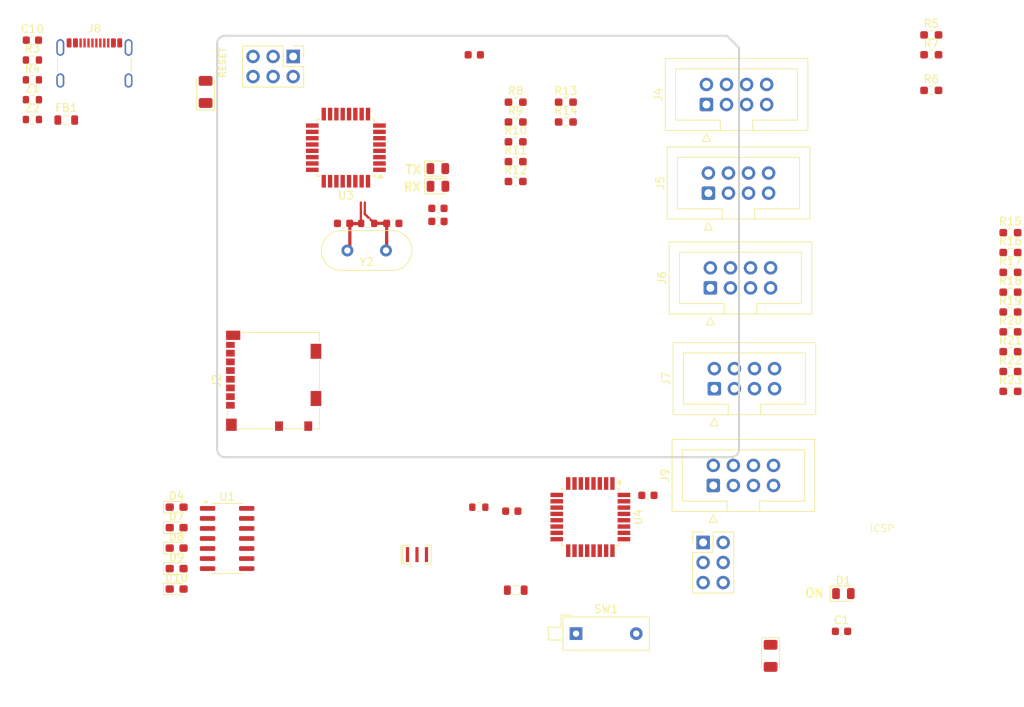
<source format=kicad_pcb>
(kicad_pcb (version 20240108) (generator "pcbnew") (generator_version "8.0")
  (title_block (title "Arduino Uno SMD (Type-C)") (date "2024-05-08") (rev "1") (company "Carlos Sabogal"))
  (layers (0 "F.Cu" signal) (31 "B.Cu" signal) (34 "B.Paste" user) (35 "F.Paste" user) (36 "B.SilkS" user "B.Silkscreen") (37 "F.SilkS" user "F.Silkscreen") (38 "B.Mask" user) (39 "F.Mask" user) (44 "Edge.Cuts" user))
  (net 0 "")
  (net 1 "GND")
  (net 2 "+5V")
  (net 3 "AREF")
  (net 4 "RESET")
  (net 5 "DTR")
  (net 6 "Net-(U3-UCAP)")
  (net 7 "Net-(U3-XTAL1)")
  (net 8 "AVCC")
  (net 9 "Net-(U3-PC0)")
  (net 11 "RESET2")
  (net 12 "Net-(D5-A)")
  (net 13 "TXLED")
  (net 14 "RXLED")
  (net 15 "Net-(D6-A)")
  (net 16 "Net-(D1-A)")
  (net 17 "USBVCC")
  (net 18 "USHIELD")
  (net 19 "SCK2")
  (net 20 "MOSI2")
  (net 21 "MISO2")
  (net 25 "MISO")
  (net 26 "MOSI")
  (net 27 "SCK")
  (net 28 "IO8")
  (net 29 "A4{slash}SDA")
  (net 30 "IO9")
  (net 31 "A5{slash}SCL")
  (net 32 "SS")
  (net 33 "IO6")
  (net 34 "IO5")
  (net 35 "IO4")
  (net 36 "IO3")
  (net 37 "IO2")
  (net 38 "IO0")
  (net 39 "IO1")
  (net 40 "IO7")
  (net 41 "A2")
  (net 42 "A0")
  (net 43 "A1")
  (net 44 "A3")
  (net 45 "CC2")
  (net 46 "D+")
  (net 47 "D-")
  (net 49 "CC1")
  (net 51 "Net-(U4-PB7)")
  (net 52 "Net-(U4-PB6)")
  (net 53 "RD-")
  (net 54 "RD+")
  (net 55 "M8RXD")
  (net 56 "M8TXD")
  (net 68 "Net-(D4-A)")
  (net 69 "Net-(D7-A)")
  (net 70 "Net-(D8-A)")
  (net 71 "Net-(D9-A)")
  (net 72 "Net-(D10-A)")
  (net 74 "+3V3")
  (net 75 "MOSI_1")
  (net 76 "CS1_1")
  (net 78 "SCK_1")
  (net 80 "MISO_1")
  (net 82 "INT1")
  (net 83 "RST1")
  (net 84 "CS2")
  (net 85 "RST2")
  (net 86 "INT2")
  (net 87 "CS3")
  (net 88 "RST3")
  (net 89 "INT3")
  (net 90 "CS4")
  (net 91 "RST4")
  (net 92 "INT4")
  (net 93 "CS5")
  (net 94 "INT5")
  (net 95 "RST5")
  (net 96 "CS6")
  (net 97 "Net-(R15-Pad2)")
  (net 98 "CS1")
  (net 99 "Net-(R16-Pad2)")
  (net 100 "Net-(R17-Pad2)")
  (net 101 "Net-(R18-Pad2)")
  (footprint "Capacitor_SMD:C_0603_1608Metric" (layer "F.Cu") (at 193.225 153.71)
    (property "Reference" "C1" (at 0 -1.43 0) (layer "F.SilkS"))
    (property "Value" "100n")
    (pad "1" smd roundrect (at -0.775 0) (size 0.9 0.95) (layers "F.Cu" "F.Paste" "F.Mask") (net 3 "AREF"))
    (pad "2" smd roundrect (at 0.775 0) (size 0.9 0.95) (layers "F.Cu" "F.Paste" "F.Mask") (net 1 "GND"))
  )
  (footprint "Connector_IDC:IDC-Header_2x04_P2.54mm_Vertical" (layer "F.Cu") (at 177 135.25 90)
    (property "Reference" "J9" (at 1.27 -6.1 90) (layer "F.SilkS"))
    (property "Value" "Conn_02x04_Counter_Clockwise")
    (pad "1" thru_hole roundrect (at 0 0 90) (size 1.7 1.7) (drill 1) (layers "*.Cu" "*.Mask") (roundrect_rratio 0.147059) (net 1 "GND"))
    (pad "2" thru_hole circle (at 2.54 0 90) (size 1.7 1.7) (drill 1) (layers "*.Cu" "*.Mask") (net 2 "+5V"))
    (pad "3" thru_hole circle (at 0 2.54 90) (size 1.7 1.7) (drill 1) (layers "*.Cu" "*.Mask") (net 26 "MOSI"))
    (pad "4" thru_hole circle (at 2.54 2.54 90) (size 1.7 1.7) (drill 1) (layers "*.Cu" "*.Mask") (net 94 "INT5"))
    (pad "5" thru_hole circle (at 0 5.08 90) (size 1.7 1.7) (drill 1) (layers "*.Cu" "*.Mask") (net 25 "MISO"))
    (pad "6" thru_hole circle (at 2.54 5.08 90) (size 1.7 1.7) (drill 1) (layers "*.Cu" "*.Mask") (net 95 "RST5"))
    (pad "7" thru_hole circle (at 0 7.62 90) (size 1.7 1.7) (drill 1) (layers "*.Cu" "*.Mask") (net 27 "SCK"))
    (pad "8" thru_hole circle (at 2.54 7.62 90) (size 1.7 1.7) (drill 1) (layers "*.Cu" "*.Mask") (net 96 "CS6"))
  )
  (footprint "Resistor_SMD:R_0603_1608Metric_Pad0.98x0.95mm_HandSolder" (layer "F.Cu") (at 151.9875 94.27)
    (property "Reference" "R11" (at 0 -1.43 0) (layer "F.SilkS"))
    (property "Value" "22R")
    (pad "1" smd roundrect (at -0.9125 0) (size 0.975 0.95) (layers "F.Cu" "F.Paste" "F.Mask") (net 47 "D-"))
    (pad "2" smd roundrect (at 0.9125 0) (size 0.975 0.95) (layers "F.Cu" "F.Paste" "F.Mask") (net 53 "RD-"))
  )
  (footprint "Resistor_SMD:R_0603_1608Metric_Pad0.98x0.95mm_HandSolder" (layer "F.Cu") (at 214.605 115.81)
    (property "Reference" "R20" (at 0 -1.43 0) (layer "F.SilkS"))
    (property "Value" "1k")
    (pad "1" smd roundrect (at -0.9125 0) (size 0.975 0.95) (layers "F.Cu" "F.Paste" "F.Mask") (net 87 "CS3"))
    (pad "2" smd roundrect (at 0.9125 0) (size 0.975 0.95) (layers "F.Cu" "F.Paste" "F.Mask") (net 69 "Net-(D7-A)"))
  )
  (footprint "Resistor_SMD:R_0603_1608Metric_Pad0.98x0.95mm_HandSolder" (layer "F.Cu") (at 151.9875 96.78)
    (property "Reference" "R12" (at 0 -1.43 0) (layer "F.SilkS"))
    (property "Value" "22R")
    (pad "1" smd roundrect (at -0.9125 0) (size 0.975 0.95) (layers "F.Cu" "F.Paste" "F.Mask") (net 46 "D+"))
    (pad "2" smd roundrect (at 0.9125 0) (size 0.975 0.95) (layers "F.Cu" "F.Paste" "F.Mask") (net 54 "RD+"))
  )
  (footprint "Resistor_SMD:R_0603_1608Metric_Pad0.98x0.95mm_HandSolder" (layer "F.Cu") (at 151.9875 86.74)
    (property "Reference" "R8" (at 0 -1.43 0) (layer "F.SilkS"))
    (property "Value" "10k")
    (pad "1" smd roundrect (at -0.9125 0) (size 0.975 0.95) (layers "F.Cu" "F.Paste" "F.Mask") (net 2 "+5V"))
    (pad "2" smd roundrect (at 0.9125 0) (size 0.975 0.95) (layers "F.Cu" "F.Paste" "F.Mask") (net 11 "RESET2"))
  )
  (footprint "Connector_IDC:IDC-Header_2x04_P2.54mm_Vertical" (layer "F.Cu") (at 176.63 110.25 90)
    (property "Reference" "J6" (at 1.27 -6.1 90) (layer "F.SilkS"))
    (property "Value" "Conn_02x04_Counter_Clockwise")
    (pad "1" thru_hole roundrect (at 0 0 90) (size 1.7 1.7) (drill 1) (layers "*.Cu" "*.Mask") (roundrect_rratio 0.147059) (net 1 "GND"))
    (pad "2" thru_hole circle (at 2.54 0 90) (size 1.7 1.7) (drill 1) (layers "*.Cu" "*.Mask") (net 2 "+5V"))
    (pad "3" thru_hole circle (at 0 2.54 90) (size 1.7 1.7) (drill 1) (layers "*.Cu" "*.Mask") (net 26 "MOSI"))
    (pad "4" thru_hole circle (at 2.54 2.54 90) (size 1.7 1.7) (drill 1) (layers "*.Cu" "*.Mask") (net 89 "INT3"))
    (pad "5" thru_hole circle (at 0 5.08 90) (size 1.7 1.7) (drill 1) (layers "*.Cu" "*.Mask") (net 25 "MISO"))
    (pad "6" thru_hole circle (at 2.54 5.08 90) (size 1.7 1.7) (drill 1) (layers "*.Cu" "*.Mask") (net 88 "RST3"))
    (pad "7" thru_hole circle (at 0 7.62 90) (size 1.7 1.7) (drill 1) (layers "*.Cu" "*.Mask") (net 27 "SCK"))
    (pad "8" thru_hole circle (at 2.54 7.62 90) (size 1.7 1.7) (drill 1) (layers "*.Cu" "*.Mask") (net 90 "CS4"))
  )
  (footprint "LED_SMD:LED_0603_1608Metric_Pad1.05x0.95mm_HandSolder" (layer "F.Cu") (at 109.08 148.355)
    (property "Reference" "D10" (at 0 -1.43 0) (layer "F.SilkS"))
    (property "Value" "LED")
    (pad "1" smd roundrect (at -0.875 0) (size 1.05 0.95) (layers "F.Cu" "F.Paste" "F.Mask") (net 1 "GND"))
    (pad "2" smd roundrect (at 0.875 0) (size 1.05 0.95) (layers "F.Cu" "F.Paste" "F.Mask") (net 72 "Net-(D10-A)"))
  )
  (footprint "Capacitor_SMD:C_0603_1608Metric" (layer "F.Cu") (at 146.75 80.75)
    (property "Reference" "C6" (hide yes))
    (property "Value" "100n")
    (pad "1" smd roundrect (at -0.775 0) (size 0.9 0.95) (layers "F.Cu" "F.Paste" "F.Mask") (net 3 "AREF"))
    (pad "2" smd roundrect (at 0.775 0) (size 0.9 0.95) (layers "F.Cu" "F.Paste" "F.Mask") (net 1 "GND"))
  )
  (footprint "Capacitor_SMD:C_0603_1608Metric" (layer "F.Cu") (at 136.4361 102.0826)
    (property "Reference" "C13" (hide yes))
    (property "Value" "22p")
    (pad "1" smd roundrect (at -0.775 0) (size 0.9 0.95) (layers "F.Cu" "F.Paste" "F.Mask") (net 9 "Net-(U3-PC0)"))
    (pad "2" smd roundrect (at 0.775 0) (size 0.9 0.95) (layers "F.Cu" "F.Paste" "F.Mask") (net 1 "GND"))
  )
  (footprint "Resistor_SMD:R_0603_1608Metric_Pad0.98x0.95mm_HandSolder" (layer "F.Cu") (at 151.9875 89.25)
    (property "Reference" "R9" (at 0 -1.43 0) (layer "F.SilkS"))
    (property "Value" "1k")
    (pad "1" smd roundrect (at -0.9125 0) (size 0.975 0.95) (layers "F.Cu" "F.Paste" "F.Mask") (net 12 "Net-(D5-A)"))
    (pad "2" smd roundrect (at 0.9125 0) (size 0.975 0.95) (layers "F.Cu" "F.Paste" "F.Mask") (net 2 "+5V"))
  )
  (footprint "Capacitor_SMD:C_0603_1608Metric" (layer "F.Cu") (at 151.5 138.5 180)
    (property "Reference" "C12" (hide yes))
    (property "Value" "100n")
    (pad "1" smd roundrect (at -0.775 0 180) (size 0.9 0.95) (layers "F.Cu" "F.Paste" "F.Mask") (net 8 "AVCC"))
    (pad "2" smd roundrect (at 0.775 0 180) (size 0.9 0.95) (layers "F.Cu" "F.Paste" "F.Mask") (net 1 "GND"))
  )
  (footprint "Diode_SMD:D_1206_3216Metric" (layer "F.Cu") (at 184.25 156.81 -90)
    (property "Reference" "D2" (hide yes))
    (property "Value" "CD1206-S01575")
    (pad "1" smd roundrect (at -1.4 0 270) (size 1.25 1.75) (layers "F.Cu" "F.Paste" "F.Mask") (roundrect_rratio 0.2) (net 2 "+5V"))
    (pad "2" smd roundrect (at 1.4 0 270) (size 1.25 1.75) (layers "F.Cu" "F.Paste" "F.Mask") (roundrect_rratio 0.2) (net 4 "RESET"))
  )
  (footprint "Resistor_SMD:R_0603_1608Metric_Pad0.98x0.95mm_HandSolder" (layer "F.Cu") (at 158.3375 89.25)
    (property "Reference" "R14" (at 0 -1.43 0) (layer "F.SilkS"))
    (property "Value" "10k")
    (pad "1" smd roundrect (at -0.9125 0) (size 0.975 0.95) (layers "F.Cu" "F.Paste" "F.Mask") (net 2 "+5V"))
    (pad "2" smd roundrect (at 0.9125 0) (size 0.975 0.95) (layers "F.Cu" "F.Paste" "F.Mask") (net 4 "RESET"))
  )
  (footprint "LED_SMD:LED_0805_2012Metric" (layer "F.Cu") (at 142.1384 95.1484)
    (property "Reference" "D5" (hide yes))
    (property "Value" "YELLOW")
    (pad "1" smd roundrect (at -0.9375 0) (size 0.975 1.4) (layers "F.Cu" "F.Paste" "F.Mask") (net 13 "TXLED"))
    (pad "2" smd roundrect (at 0.9375 0) (size 0.975 1.4) (layers "F.Cu" "F.Paste" "F.Mask") (net 12 "Net-(D5-A)"))
  )
  (footprint "Connector_Card:microSD_HC_Molex_104031-0811" (layer "F.Cu") (at 121.3375 122 90)
    (property "Reference" "J2" (at 0 -7.18 90) (layer "F.SilkS"))
    (property "Value" "Micro_SD_Card_Det2")
    (pad "1" smd rect (at -3.105 -5.45 90) (size 0.85 1.1) (layers "F.Cu" "F.Paste" "F.Mask"))
    (pad "2" smd rect (at -2.005 -5.45 90) (size 0.85 1.1) (layers "F.Cu" "F.Paste" "F.Mask") (net 76 "CS1_1"))
    (pad "3" smd rect (at -0.905 -5.45 90) (size 0.85 1.1) (layers "F.Cu" "F.Paste" "F.Mask") (net 75 "MOSI_1"))
    (pad "4" smd rect (at 0.195 -5.45 90) (size 0.85 1.1) (layers "F.Cu" "F.Paste" "F.Mask") (net 74 "+3V3"))
    (pad "5" smd rect (at 1.295 -5.45 90) (size 0.85 1.1) (layers "F.Cu" "F.Paste" "F.Mask") (net 78 "SCK_1"))
    (pad "6" smd rect (at 2.395 -5.45 90) (size 0.85 1.1) (layers "F.Cu" "F.Paste" "F.Mask") (net 1 "GND"))
    (pad "7" smd rect (at 3.495 -5.45 90) (size 0.85 1.1) (layers "F.Cu" "F.Paste" "F.Mask") (net 80 "MISO_1"))
    (pad "8" smd rect (at 4.545 -5.45 90) (size 0.75 1.1) (layers "F.Cu" "F.Paste" "F.Mask"))
    (pad "9" smd rect (at -5.74 0.7 90) (size 1.2 1) (layers "F.Cu" "F.Paste" "F.Mask"))
    (pad "10" smd rect (at -5.74 4.4 90) (size 1.2 1) (layers "F.Cu" "F.Paste" "F.Mask"))
    (pad "11" smd rect (at -5.565 -5.325 90) (size 1.55 1.35) (layers "F.Cu" "F.Paste" "F.Mask") (net 1 "GND"))
    (pad "11" smd rect (at -2.24 5.375 90) (size 1.9 1.35) (layers "F.Cu" "F.Paste" "F.Mask") (net 1 "GND"))
    (pad "11" smd rect (at 3.73 5.375 90) (size 1.9 1.35) (layers "F.Cu" "F.Paste" "F.Mask") (net 1 "GND"))
    (pad "11" smd rect (at 5.755 -5.1 90) (size 1.17 1.8) (layers "F.Cu" "F.Paste" "F.Mask") (net 1 "GND"))
  )
  (footprint "Resistor_SMD:R_0603_1608Metric_Pad0.98x0.95mm_HandSolder" (layer "F.Cu") (at 214.605 110.79)
    (property "Reference" "R18" (at 0 -1.43 0) (layer "F.SilkS"))
    (property "Value" "3.3k")
    (pad "1" smd roundrect (at -0.9125 0) (size 0.975 0.95) (layers "F.Cu" "F.Paste" "F.Mask") (net 80 "MISO_1"))
    (pad "2" smd roundrect (at 0.9125 0) (size 0.975 0.95) (layers "F.Cu" "F.Paste" "F.Mask") (net 101 "Net-(R18-Pad2)"))
  )
  (footprint "Resistor_SMD:R_0603_1608Metric" (layer "F.Cu") (at 90.83 81.405)
    (property "Reference" "R3" (at 0 -1.43 0) (layer "F.SilkS"))
    (property "Value" "5k1")
    (pad "1" smd roundrect (at -0.825 0) (size 0.8 0.95) (layers "F.Cu" "F.Paste" "F.Mask") (net 49 "CC1"))
    (pad "2" smd roundrect (at 0.825 0) (size 0.8 0.95) (layers "F.Cu" "F.Paste" "F.Mask") (net 1 "GND"))
  )
  (footprint "Resistor_SMD:R_0603_1608Metric_Pad0.98x0.95mm_HandSolder" (layer "F.Cu") (at 204.5875 85.25)
    (property "Reference" "R6" (at 0 -1.43 0) (layer "F.SilkS"))
    (property "Value" "2k")
    (pad "1" smd roundrect (at -0.9125 0) (size 0.975 0.95) (layers "F.Cu" "F.Paste" "F.Mask") (net 2 "+5V"))
    (pad "2" smd roundrect (at 0.9125 0) (size 0.975 0.95) (layers "F.Cu" "F.Paste" "F.Mask") (net 16 "Net-(D1-A)"))
  )
  (footprint "Diode_SMD:D_1206_3216Metric" (layer "F.Cu") (at 112.75 85.4456 90)
    (property "Reference" "D3" (hide yes))
    (property "Value" "CD1206-S01575" (hide yes))
    (pad "1" smd roundrect (at -1.4 0 90) (size 1.25 1.75) (layers "F.Cu" "F.Paste" "F.Mask") (roundrect_rratio 0.2) (net 2 "+5V"))
    (pad "2" smd roundrect (at 1.4 0 90) (size 1.25 1.75) (layers "F.Cu" "F.Paste" "F.Mask") (roundrect_rratio 0.2) (net 11 "RESET2"))
  )
  (footprint "Resistor_SMD:R_0603_1608Metric_Pad0.98x0.95mm_HandSolder" (layer "F.Cu") (at 214.605 108.28)
    (property "Reference" "R17" (at 0 -1.43 0) (layer "F.SilkS"))
    (property "Value" "3.3k")
    (pad "1" smd roundrect (at -0.9125 0) (size 0.975 0.95) (layers "F.Cu" "F.Paste" "F.Mask") (net 27 "SCK"))
    (pad "2" smd roundrect (at 0.9125 0) (size 0.975 0.95) (layers "F.Cu" "F.Paste" "F.Mask") (net 100 "Net-(R17-Pad2)"))
  )
  (footprint "Connector_IDC:IDC-Header_2x04_P2.54mm_Vertical" (layer "F.Cu") (at 176.38 98.25 90)
    (property "Reference" "J5" (at 1.27 -6.1 90) (layer "F.SilkS"))
    (property "Value" "Conn_02x04_Counter_Clockwise")
    (pad "1" thru_hole roundrect (at 0 0 90) (size 1.7 1.7) (drill 1) (layers "*.Cu" "*.Mask") (roundrect_rratio 0.147059) (net 1 "GND"))
    (pad "2" thru_hole circle (at 2.54 0 90) (size 1.7 1.7) (drill 1) (layers "*.Cu" "*.Mask") (net 2 "+5V"))
    (pad "3" thru_hole circle (at 0 2.54 90) (size 1.7 1.7) (drill 1) (layers "*.Cu" "*.Mask") (net 26 "MOSI"))
    (pad "4" thru_hole circle (at 2.54 2.54 90) (size 1.7 1.7) (drill 1) (layers "*.Cu" "*.Mask") (net 86 "INT2"))
    (pad "5" thru_hole circle (at 0 5.08 90) (size 1.7 1.7) (drill 1) (layers "*.Cu" "*.Mask") (net 25 "MISO"))
    (pad "6" thru_hole circle (at 2.54 5.08 90) (size 1.7 1.7) (drill 1) (layers "*.Cu" "*.Mask") (net 85 "RST2"))
    (pad "7" thru_hole circle (at 0 7.62 90) (size 1.7 1.7) (drill 1) (layers "*.Cu" "*.Mask") (net 27 "SCK"))
    (pad "8" thru_hole circle (at 2.54 7.62 90) (size 1.7 1.7) (drill 1) (layers "*.Cu" "*.Mask") (net 87 "CS3"))
  )
  (footprint "Connector_PinHeader_2.54mm:PinHeader_2x03_P2.54mm_Vertical" (layer "F.Cu") (at 123.83 80.96 -90)
    (property "Reference" "J1" (hide yes))
    (property "Value" "M20-9980345" (hide yes))
    (pad "1" thru_hole rect (at 0 0 270) (size 1.7 1.7) (drill 1) (layers "*.Cu" "*.Mask") (net 21 "MISO2"))
    (pad "2" thru_hole oval (at 2.54 0 270) (size 1.7 1.7) (drill 1) (layers "*.Cu" "*.Mask") (net 2 "+5V"))
    (pad "3" thru_hole oval (at 0 2.54 270) (size 1.7 1.7) (drill 1) (layers "*.Cu" "*.Mask") (net 19 "SCK2"))
    (pad "4" thru_hole oval (at 2.54 2.54 270) (size 1.7 1.7) (drill 1) (layers "*.Cu" "*.Mask") (net 20 "MOSI2"))
    (pad "5" thru_hole oval (at 0 5.08 270) (size 1.7 1.7) (drill 1) (layers "*.Cu" "*.Mask") (net 11 "RESET2"))
    (pad "6" thru_hole oval (at 2.54 5.08 270) (size 1.7 1.7) (drill 1) (layers "*.Cu" "*.Mask") (net 1 "GND"))
  )
  (footprint "LED_SMD:LED_0805_2012Metric" (layer "F.Cu") (at 193.465 148.935)
    (property "Reference" "D1" (at 0 -1.65 0) (layer "F.SilkS"))
    (property "Value" "GREEN")
    (pad "1" smd roundrect (at -0.9375 0) (size 0.975 1.4) (layers "F.Cu" "F.Paste" "F.Mask") (net 1 "GND"))
    (pad "2" smd roundrect (at 0.9375 0) (size 0.975 1.4) (layers "F.Cu" "F.Paste" "F.Mask") (net 16 "Net-(D1-A)"))
  )
  (footprint "Package_SO:SOIC-14_3.9x8.7mm_P1.27mm" (layer "F.Cu") (at 115.475 141.96)
    (property "Reference" "U1" (at 0 -5.28 0) (layer "F.SilkS"))
    (property "Value" "74LVC125")
    (pad "1" smd roundrect (at -2.475 -3.81) (size 1.95 0.6) (layers "F.Cu" "F.Paste" "F.Mask") (net 1 "GND"))
    (pad "2" smd roundrect (at -2.475 -2.54) (size 1.95 0.6) (layers "F.Cu" "F.Paste" "F.Mask") (net 99 "Net-(R16-Pad2)"))
    (pad "3" smd roundrect (at -2.475 -1.27) (size 1.95 0.6) (layers "F.Cu" "F.Paste" "F.Mask") (net 75 "MOSI_1"))
    (pad "4" smd roundrect (at -2.475 0) (size 1.95 0.6) (layers "F.Cu" "F.Paste" "F.Mask") (net 1 "GND"))
    (pad "5" smd roundrect (at -2.475 1.27) (size 1.95 0.6) (layers "F.Cu" "F.Paste" "F.Mask") (net 100 "Net-(R17-Pad2)"))
    (pad "6" smd roundrect (at -2.475 2.54) (size 1.95 0.6) (layers "F.Cu" "F.Paste" "F.Mask") (net 78 "SCK_1"))
    (pad "7" smd roundrect (at -2.475 3.81) (size 1.95 0.6) (layers "F.Cu" "F.Paste" "F.Mask") (net 1 "GND"))
    (pad "8" smd roundrect (at 2.475 3.81) (size 1.95 0.6) (layers "F.Cu" "F.Paste" "F.Mask") (net 76 "CS1_1"))
    (pad "9" smd roundrect (at 2.475 2.54) (size 1.95 0.6) (layers "F.Cu" "F.Paste" "F.Mask") (net 97 "Net-(R15-Pad2)"))
    (pad "10" smd roundrect (at 2.475 1.27) (size 1.95 0.6) (layers "F.Cu" "F.Paste" "F.Mask") (net 1 "GND"))
    (pad "11" smd roundrect (at 2.475 0) (size 1.95 0.6) (layers "F.Cu" "F.Paste" "F.Mask") (net 25 "MISO"))
    (pad "12" smd roundrect (at 2.475 -1.27) (size 1.95 0.6) (layers "F.Cu" "F.Paste" "F.Mask") (net 101 "Net-(R18-Pad2)"))
    (pad "13" smd roundrect (at 2.475 -2.54) (size 1.95 0.6) (layers "F.Cu" "F.Paste" "F.Mask") (net 1 "GND"))
    (pad "14" smd roundrect (at 2.475 -3.81) (size 1.95 0.6) (layers "F.Cu" "F.Paste" "F.Mask") (net 74 "+3V3"))
  )
  (footprint "Resistor_SMD:R_0603_1608Metric_Pad0.98x0.95mm_HandSolder" (layer "F.Cu") (at 214.605 113.3)
    (property "Reference" "R19" (at 0 -1.43 0) (layer "F.SilkS"))
    (property "Value" "1k")
    (pad "1" smd roundrect (at -0.9125 0) (size 0.975 0.95) (layers "F.Cu" "F.Paste" "F.Mask") (net 84 "CS2"))
    (pad "2" smd roundrect (at 0.9125 0) (size 0.975 0.95) (layers "F.Cu" "F.Paste" "F.Mask") (net 68 "Net-(D4-A)"))
  )
  (footprint "Resistor_SMD:R_0603_1608Metric_Pad0.98x0.95mm_HandSolder" (layer "F.Cu") (at 204.5875 78.23)
    (property "Reference" "R5" (at 0 -1.43 0) (layer "F.SilkS"))
    (property "Value" "1k")
    (pad "1" smd roundrect (at -0.9125 0) (size 0.975 0.95) (layers "F.Cu" "F.Paste" "F.Mask") (net 38 "IO0"))
    (pad "2" smd roundrect (at 0.9125 0) (size 0.975 0.95) (layers "F.Cu" "F.Paste" "F.Mask") (net 55 "M8RXD"))
  )
  (footprint "Resistor_SMD:R_0603_1608Metric" (layer "F.Cu") (at 90.83 88.935)
    (property "Reference" "Z2" (at 0 -1.43 0) (layer "F.SilkS"))
    (property "Value" "5pF@1MHz")
    (pad "1" smd roundrect (at -0.825 0) (size 0.8 0.95) (layers "F.Cu" "F.Paste" "F.Mask") (net 47 "D-"))
    (pad "2" smd roundrect (at 0.825 0) (size 0.8 0.95) (layers "F.Cu" "F.Paste" "F.Mask") (net 18 "USHIELD"))
  )
  (footprint "Resistor_SMD:R_0603_1608Metric_Pad0.98x0.95mm_HandSolder" (layer "F.Cu") (at 214.605 118.32)
    (property "Reference" "R21" (at 0 -1.43 0) (layer "F.SilkS"))
    (property "Value" "1k")
    (pad "1" smd roundrect (at -0.9125 0) (size 0.975 0.95) (layers "F.Cu" "F.Paste" "F.Mask") (net 90 "CS4"))
    (pad "2" smd roundrect (at 0.9125 0) (size 0.975 0.95) (layers "F.Cu" "F.Paste" "F.Mask") (net 70 "Net-(D8-A)"))
  )
  (footprint "Capacitor_SMD:C_0603_1608Metric" (layer "F.Cu") (at 142.1511 101.8286)
    (property "Reference" "C7" (hide yes))
    (property "Value" "100n")
    (pad "1" smd roundrect (at -0.775 0) (size 0.9 0.95) (layers "F.Cu" "F.Paste" "F.Mask") (net 5 "DTR"))
    (pad "2" smd roundrect (at 0.775 0) (size 0.9 0.95) (layers "F.Cu" "F.Paste" "F.Mask") (net 4 "RESET"))
  )
  (footprint "LED_SMD:LED_0603_1608Metric_Pad1.05x0.95mm_HandSolder" (layer "F.Cu") (at 109.08 140.585)
    (property "Reference" "D7" (at 0 -1.43 0) (layer "F.SilkS"))
    (property "Value" "LED")
    (pad "1" smd roundrect (at -0.875 0) (size 1.05 0.95) (layers "F.Cu" "F.Paste" "F.Mask") (net 1 "GND"))
    (pad "2" smd roundrect (at 0.875 0) (size 1.05 0.95) (layers "F.Cu" "F.Paste" "F.Mask") (net 69 "Net-(D7-A)"))
  )
  (footprint "Resistor_SMD:R_0603_1608Metric" (layer "F.Cu") (at 90.83 83.915)
    (property "Reference" "R4" (at 0 -1.43 0) (layer "F.SilkS"))
    (property "Value" "5k1")
    (pad "1" smd roundrect (at -0.825 0) (size 0.8 0.95) (layers "F.Cu" "F.Paste" "F.Mask") (net 45 "CC2"))
    (pad "2" smd roundrect (at 0.825 0) (size 0.8 0.95) (layers "F.Cu" "F.Paste" "F.Mask") (net 1 "GND"))
  )
  (footprint "Package_QFP:TQFP-32_7x7mm_P0.8mm" (layer "F.Cu") (at 161.4375 139.25 -90)
    (property "Reference" "U4" (at 0 -6.05 -90) (layer "F.SilkS"))
    (property "Value" "ATMEGA328P-MU")
    (pad "1" smd rect (at -4.25 -2.8 270) (size 1.6 0.55) (layers "F.Cu" "F.Paste" "F.Mask") (net 36 "IO3"))
    (pad "2" smd rect (at -4.25 -2 270) (size 1.6 0.55) (layers "F.Cu" "F.Paste" "F.Mask") (net 35 "IO4"))
    (pad "3" smd rect (at -4.25 -1.2 270) (size 1.6 0.55) (layers "F.Cu" "F.Paste" "F.Mask") (net 1 "GND"))
    (pad "4" smd rect (at -4.25 -0.4 270) (size 1.6 0.55) (layers "F.Cu" "F.Paste" "F.Mask") (net 2 "+5V"))
    (pad "5" smd rect (at -4.25 0.4 270) (size 1.6 0.55) (layers "F.Cu" "F.Paste" "F.Mask") (net 1 "GND"))
    (pad "6" smd rect (at -4.25 1.2 270) (size 1.6 0.55) (layers "F.Cu" "F.Paste" "F.Mask") (net 2 "+5V"))
    (pad "7" smd rect (at -4.25 2 270) (size 1.6 0.55) (layers "F.Cu" "F.Paste" "F.Mask") (net 52 "Net-(U4-PB6)"))
    (pad "8" smd rect (at -4.25 2.8 270) (size 1.6 0.55) (layers "F.Cu" "F.Paste" "F.Mask") (net 51 "Net-(U4-PB7)"))
    (pad "9" smd rect (at -2.8 4.25) (size 1.6 0.55) (layers "F.Cu" "F.Paste" "F.Mask") (net 34 "IO5"))
    (pad "10" smd rect (at -2 4.25) (size 1.6 0.55) (layers "F.Cu" "F.Paste" "F.Mask") (net 33 "IO6"))
    (pad "11" smd rect (at -1.2 4.25) (size 1.6 0.55) (layers "F.Cu" "F.Paste" "F.Mask") (net 40 "IO7"))
    (pad "12" smd rect (at -0.4 4.25) (size 1.6 0.55) (layers "F.Cu" "F.Paste" "F.Mask") (net 28 "IO8"))
    (pad "13" smd rect (at 0.4 4.25) (size 1.6 0.55) (layers "F.Cu" "F.Paste" "F.Mask") (net 30 "IO9"))
    (pad "14" smd rect (at 1.2 4.25) (size 1.6 0.55) (layers "F.Cu" "F.Paste" "F.Mask") (net 32 "SS"))
    (pad "15" smd rect (at 2 4.25) (size 1.6 0.55) (layers "F.Cu" "F.Paste" "F.Mask") (net 26 "MOSI"))
    (pad "16" smd rect (at 2.8 4.25) (size 1.6 0.55) (layers "F.Cu" "F.Paste" "F.Mask") (net 25 "MISO"))
    (pad "17" smd rect (at 4.25 2.8 270) (size 1.6 0.55) (layers "F.Cu" "F.Paste" "F.Mask") (net 27 "SCK"))
    (pad "18" smd rect (at 4.25 2 270) (size 1.6 0.55) (layers "F.Cu" "F.Paste" "F.Mask") (net 8 "AVCC"))
    (pad "19" smd rect (at 4.25 1.2 270) (size 1.6 0.55) (layers "F.Cu" "F.Paste" "F.Mask"))
    (pad "20" smd rect (at 4.25 0.4 270) (size 1.6 0.55) (layers "F.Cu" "F.Paste" "F.Mask") (net 3 "AREF"))
    (pad "21" smd rect (at 4.25 -0.4 270) (size 1.6 0.55) (layers "F.Cu" "F.Paste" "F.Mask") (net 1 "GND"))
    (pad "22" smd rect (at 4.25 -1.2 270) (size 1.6 0.55) (layers "F.Cu" "F.Paste" "F.Mask"))
    (pad "23" smd rect (at 4.25 -2 270) (size 1.6 0.55) (layers "F.Cu" "F.Paste" "F.Mask") (net 42 "A0"))
    (pad "24" smd rect (at 4.25 -2.8 270) (size 1.6 0.55) (layers "F.Cu" "F.Paste" "F.Mask") (net 43 "A1"))
    (pad "25" smd rect (at 2.8 -4.25) (size 1.6 0.55) (layers "F.Cu" "F.Paste" "F.Mask") (net 41 "A2"))
    (pad "26" smd rect (at 2 -4.25) (size 1.6 0.55) (layers "F.Cu" "F.Paste" "F.Mask") (net 44 "A3"))
    (pad "27" smd rect (at 1.2 -4.25) (size 1.6 0.55) (layers "F.Cu" "F.Paste" "F.Mask") (net 29 "A4{slash}SDA"))
    (pad "28" smd rect (at 0.4 -4.25) (size 1.6 0.55) (layers "F.Cu" "F.Paste" "F.Mask") (net 31 "A5{slash}SCL"))
    (pad "29" smd rect (at -0.4 -4.25) (size 1.6 0.55) (layers "F.Cu" "F.Paste" "F.Mask") (net 4 "RESET"))
    (pad "30" smd rect (at -1.2 -4.25) (size 1.6 0.55) (layers "F.Cu" "F.Paste" "F.Mask") (net 38 "IO0"))
    (pad "31" smd rect (at -2 -4.25) (size 1.6 0.55) (layers "F.Cu" "F.Paste" "F.Mask") (net 39 "IO1"))
    (pad "32" smd rect (at -2.8 -4.25) (size 1.6 0.55) (layers "F.Cu" "F.Paste" "F.Mask") (net 37 "IO2"))
  )
  (footprint "Resistor_SMD:R_0603_1608Metric" (layer "F.Cu") (at 133.2611 102.0826 180)
    (property "Reference" "R1" (hide yes))
    (property "Value" "1M")
    (pad "1" smd roundrect (at -0.825 0 180) (size 0.8 0.95) (layers "F.Cu" "F.Paste" "F.Mask") (net 9 "Net-(U3-PC0)"))
    (pad "2" smd roundrect (at 0.825 0 180) (size 0.8 0.95) (layers "F.Cu" "F.Paste" "F.Mask") (net 7 "Net-(U3-XTAL1)"))
  )
  (footprint "Resistor_SMD:R_0603_1608Metric" (layer "F.Cu") (at 147.325 138)
    (property "Reference" "R2" (hide yes))
    (property "Value" "1M")
    (pad "1" smd roundrect (at -0.825 0) (size 0.8 0.95) (layers "F.Cu" "F.Paste" "F.Mask") (net 51 "Net-(U4-PB7)"))
    (pad "2" smd roundrect (at 0.825 0) (size 0.8 0.95) (layers "F.Cu" "F.Paste" "F.Mask") (net 52 "Net-(U4-PB6)"))
  )
  (footprint "Capacitor_SMD:C_0603_1608Metric" (layer "F.Cu") (at 130.2131 102.0826 180)
    (property "Reference" "C11" (hide yes))
    (property "Value" "22p")
    (pad "1" smd roundrect (at -0.775 0 180) (size 0.9 0.95) (layers "F.Cu" "F.Paste" "F.Mask") (net 7 "Net-(U3-XTAL1)"))
    (pad "2" smd roundrect (at 0.775 0 180) (size 0.9 0.95) (layers "F.Cu" "F.Paste" "F.Mask") (net 1 "GND"))
  )
  (footprint "Package_QFP:TQFP-32_7x7mm_P0.8mm" (layer "F.Cu") (at 130.5 92.5 180)
    (property "Reference" "U3" (at 0 -6.05 0) (layer "F.SilkS"))
    (property "Value" "ATMEGA16U2-MU")
    (pad "1" smd rect (at -4.25 -2.8 180) (size 1.6 0.55) (layers "F.Cu" "F.Paste" "F.Mask") (net 7 "Net-(U3-XTAL1)"))
    (pad "2" smd rect (at -4.25 -2 180) (size 1.6 0.55) (layers "F.Cu" "F.Paste" "F.Mask") (net 9 "Net-(U3-PC0)"))
    (pad "3" smd rect (at -4.25 -1.2 180) (size 1.6 0.55) (layers "F.Cu" "F.Paste" "F.Mask") (net 1 "GND"))
    (pad "4" smd rect (at -4.25 -0.4 180) (size 1.6 0.55) (layers "F.Cu" "F.Paste" "F.Mask") (net 2 "+5V"))
    (pad "5" smd rect (at -4.25 0.4 180) (size 1.6 0.55) (layers "F.Cu" "F.Paste" "F.Mask"))
    (pad "6" smd rect (at -4.25 1.2 180) (size 1.6 0.55) (layers "F.Cu" "F.Paste" "F.Mask"))
    (pad "7" smd rect (at -4.25 2 180) (size 1.6 0.55) (layers "F.Cu" "F.Paste" "F.Mask"))
    (pad "8" smd rect (at -4.25 2.8 180) (size 1.6 0.55) (layers "F.Cu" "F.Paste" "F.Mask") (net 56 "M8TXD"))
    (pad "9" smd rect (at -2.8 4.25 270) (size 1.6 0.55) (layers "F.Cu" "F.Paste" "F.Mask") (net 55 "M8RXD"))
    (pad "10" smd rect (at -2 4.25 270) (size 1.6 0.55) (layers "F.Cu" "F.Paste" "F.Mask") (net 14 "RXLED"))
    (pad "11" smd rect (at -1.2 4.25 270) (size 1.6 0.55) (layers "F.Cu" "F.Paste" "F.Mask") (net 13 "TXLED"))
    (pad "12" smd rect (at -0.4 4.25 270) (size 1.6 0.55) (layers "F.Cu" "F.Paste" "F.Mask"))
    (pad "13" smd rect (at 0.4 4.25 270) (size 1.6 0.55) (layers "F.Cu" "F.Paste" "F.Mask") (net 5 "DTR"))
    (pad "14" smd rect (at 1.2 4.25 270) (size 1.6 0.55) (layers "F.Cu" "F.Paste" "F.Mask"))
    (pad "15" smd rect (at 2 4.25 270) (size 1.6 0.55) (layers "F.Cu" "F.Paste" "F.Mask") (net 19 "SCK2"))
    (pad "16" smd rect (at 2.8 4.25 270) (size 1.6 0.55) (layers "F.Cu" "F.Paste" "F.Mask") (net 20 "MOSI2"))
    (pad "17" smd rect (at 4.25 2.8 180) (size 1.6 0.55) (layers "F.Cu" "F.Paste" "F.Mask") (net 21 "MISO2"))
    (pad "18" smd rect (at 4.25 2 180) (size 1.6 0.55) (layers "F.Cu" "F.Paste" "F.Mask"))
    (pad "19" smd rect (at 4.25 1.2 180) (size 1.6 0.55) (layers "F.Cu" "F.Paste" "F.Mask"))
    (pad "20" smd rect (at 4.25 0.4 180) (size 1.6 0.55) (layers "F.Cu" "F.Paste" "F.Mask"))
    (pad "21" smd rect (at 4.25 -0.4 180) (size 1.6 0.55) (layers "F.Cu" "F.Paste" "F.Mask"))
    (pad "22" smd rect (at 4.25 -1.2 180) (size 1.6 0.55) (layers "F.Cu" "F.Paste" "F.Mask"))
    (pad "23" smd rect (at 4.25 -2 180) (size 1.6 0.55) (layers "F.Cu" "F.Paste" "F.Mask"))
    (pad "24" smd rect (at 4.25 -2.8 180) (size 1.6 0.55) (layers "F.Cu" "F.Paste" "F.Mask") (net 11 "RESET2"))
    (pad "25" smd rect (at 2.8 -4.25 270) (size 1.6 0.55) (layers "F.Cu" "F.Paste" "F.Mask"))
    (pad "26" smd rect (at 2 -4.25 270) (size 1.6 0.55) (layers "F.Cu" "F.Paste" "F.Mask"))
    (pad "27" smd rect (at 1.2 -4.25 270) (size 1.6 0.55) (layers "F.Cu" "F.Paste" "F.Mask") (net 6 "Net-(U3-UCAP)"))
    (pad "28" smd rect (at 0.4 -4.25 270) (size 1.6 0.55) (layers "F.Cu" "F.Paste" "F.Mask") (net 1 "GND"))
    (pad "29" smd rect (at -0.4 -4.25 270) (size 1.6 0.55) (layers "F.Cu" "F.Paste" "F.Mask") (net 54 "RD+"))
    (pad "30" smd rect (at -1.2 -4.25 270) (size 1.6 0.55) (layers "F.Cu" "F.Paste" "F.Mask") (net 53 "RD-"))
    (pad "31" smd rect (at -2 -4.25 270) (size 1.6 0.55) (layers "F.Cu" "F.Paste" "F.Mask") (net 17 "USBVCC"))
    (pad "32" smd rect (at -2.8 -4.25 270) (size 1.6 0.55) (layers "F.Cu" "F.Paste" "F.Mask") (net 2 "+5V"))
  )
  (footprint "Resistor_SMD:R_0603_1608Metric_Pad0.98x0.95mm_HandSolder" (layer "F.Cu") (at 214.605 120.83)
    (property "Reference" "R22" (at 0 -1.43 0) (layer "F.SilkS"))
    (property "Value" "1k")
    (pad "1" smd roundrect (at -0.9125 0) (size 0.975 0.95) (layers "F.Cu" "F.Paste" "F.Mask") (net 93 "CS5"))
    (pad "2" smd roundrect (at 0.9125 0) (size 0.975 0.95) (layers "F.Cu" "F.Paste" "F.Mask") (net 71 "Net-(D9-A)"))
  )
  (footprint "Capacitor_SMD:C_0603_1608Metric" (layer "F.Cu") (at 142.1511 100.1776)
    (property "Reference" "C9" (hide yes))
    (property "Value" "100n")
    (pad "1" smd roundrect (at -0.775 0) (size 0.9 0.95) (layers "F.Cu" "F.Paste" "F.Mask") (net 2 "+5V"))
    (pad "2" smd roundrect (at 0.775 0) (size 0.9 0.95) (layers "F.Cu" "F.Paste" "F.Mask") (net 1 "GND"))
  )
  (footprint "Capacitor_SMD:C_0603_1608Metric" (layer "F.Cu") (at 168.725 136.5 180)
    (property "Reference" "C8" (hide yes))
    (property "Value" "100n")
    (pad "1" smd roundrect (at -0.775 0 180) (size 0.9 0.95) (layers "F.Cu" "F.Paste" "F.Mask") (net 1 "GND"))
    (pad "2" smd roundrect (at 0.775 0 180) (size 0.9 0.95) (layers "F.Cu" "F.Paste" "F.Mask") (net 2 "+5V"))
  )
  (footprint "Resistor_SMD:R_0603_1608Metric" (layer "F.Cu") (at 90.83 86.425)
    (property "Reference" "Z1" (at 0 -1.43 0) (layer "F.SilkS"))
    (property "Value" "5pF@1MHz")
    (pad "1" smd roundrect (at -0.825 0) (size 0.8 0.95) (layers "F.Cu" "F.Paste" "F.Mask") (net 46 "D+"))
    (pad "2" smd roundrect (at 0.825 0) (size 0.8 0.95) (layers "F.Cu" "F.Paste" "F.Mask") (net 18 "USHIELD"))
  )
  (footprint "LED_SMD:LED_0603_1608Metric_Pad1.05x0.95mm_HandSolder" (layer "F.Cu") (at 109.08 143.175)
    (property "Reference" "D8" (at 0 -1.43 0) (layer "F.SilkS"))
    (property "Value" "LED")
    (pad "1" smd roundrect (at -0.875 0) (size 1.05 0.95) (layers "F.Cu" "F.Paste" "F.Mask") (net 1 "GND"))
    (pad "2" smd roundrect (at 0.875 0) (size 1.05 0.95) (layers "F.Cu" "F.Paste" "F.Mask") (net 70 "Net-(D8-A)"))
  )
  (footprint "Resistor_SMD:R_0603_1608Metric_Pad0.98x0.95mm_HandSolder" (layer "F.Cu") (at 214.605 123.34)
    (property "Reference" "R23" (at 0 -1.43 0) (layer "F.SilkS"))
    (property "Value" "1k")
    (pad "1" smd roundrect (at -0.9125 0) (size 0.975 0.95) (layers "F.Cu" "F.Paste" "F.Mask") (net 96 "CS6"))
    (pad "2" smd roundrect (at 0.9125 0) (size 0.975 0.95) (layers "F.Cu" "F.Paste" "F.Mask") (net 72 "Net-(D10-A)"))
  )
  (footprint "Inductor_SMD:L_0805_2012Metric" (layer "F.Cu") (at 95.11 89.005)
    (property "Reference" "FB1" (at 0 -1.55 0) (layer "F.SilkS"))
    (property "Value" "1kΩ@100MHz")
    (pad "1" smd roundrect (at -1.0625 0) (size 0.875 1.2) (layers "F.Cu" "F.Paste" "F.Mask") (net 18 "USHIELD"))
    (pad "2" smd roundrect (at 1.0625 0) (size 0.875 1.2) (layers "F.Cu" "F.Paste" "F.Mask") (net 1 "GND"))
  )
  (footprint "Capacitor_SMD:C_0603_1608Metric" (layer "F.Cu") (at 90.83 78.895)
    (property "Reference" "C10" (at 0 -1.43 0) (layer "F.SilkS"))
    (property "Value" "1u")
    (pad "1" smd roundrect (at -0.775 0) (size 0.9 0.95) (layers "F.Cu" "F.Paste" "F.Mask") (net 1 "GND"))
    (pad "2" smd roundrect (at 0.775 0) (size 0.9 0.95) (layers "F.Cu" "F.Paste" "F.Mask") (net 6 "Net-(U3-UCAP)"))
  )
  (footprint "Button_Switch_THT:SW_DIP_SPSTx01_Piano_10.8x4.1mm_W7.62mm_P2.54mm" (layer "F.Cu") (at 159.63 154)
    (property "Reference" "SW1" (at 3.81 -3.11 0) (layer "F.SilkS"))
    (property "Value" "SW_Push")
    (pad "1" thru_hole rect (at 0 0) (size 1.6 1.6) (drill 0.8) (layers "*.Cu" "*.Mask") (net 1 "GND"))
    (pad "2" thru_hole oval (at 7.62 0) (size 1.6 1.6) (drill 0.8) (layers "*.Cu" "*.Mask") (net 4 "RESET"))
  )
  (footprint "LED_SMD:LED_0603_1608Metric_Pad1.05x0.95mm_HandSolder" (layer "F.Cu") (at 109.08 137.995)
    (property "Reference" "D4" (at 0 -1.43 0) (layer "F.SilkS"))
    (property "Value" "LED")
    (pad "1" smd roundrect (at -0.875 0) (size 1.05 0.95) (layers "F.Cu" "F.Paste" "F.Mask") (net 1 "GND"))
    (pad "2" smd roundrect (at 0.875 0) (size 1.05 0.95) (layers "F.Cu" "F.Paste" "F.Mask") (net 68 "Net-(D4-A)"))
  )
  (footprint "Resistor_SMD:R_0603_1608Metric_Pad0.98x0.95mm_HandSolder" (layer "F.Cu") (at 214.605 103.26)
    (property "Reference" "R15" (at 0 -1.43 0) (layer "F.SilkS"))
    (property "Value" "3.3k")
    (pad "1" smd roundrect (at -0.9125 0) (size 0.975 0.95) (layers "F.Cu" "F.Paste" "F.Mask") (net 98 "CS1"))
    (pad "2" smd roundrect (at 0.9125 0) (size 0.975 0.95) (layers "F.Cu" "F.Paste" "F.Mask") (net 97 "Net-(R15-Pad2)"))
  )
  (footprint "LED_SMD:LED_0805_2012Metric" (layer "F.Cu") (at 142.1511 97.3836)
    (property "Reference" "D6" (hide yes))
    (property "Value" "YELLOW")
    (pad "1" smd roundrect (at -0.9375 0) (size 0.975 1.4) (layers "F.Cu" "F.Paste" "F.Mask") (net 14 "RXLED"))
    (pad "2" smd roundrect (at 0.9375 0) (size 0.975 1.4) (layers "F.Cu" "F.Paste" "F.Mask") (net 15 "Net-(D6-A)"))
  )
  (footprint "Resistor_SMD:R_0603_1608Metric_Pad0.98x0.95mm_HandSolder" (layer "F.Cu") (at 158.3375 86.74)
    (property "Reference" "R13" (at 0 -1.43 0) (layer "F.SilkS"))
    (property "Value" "1k")
    (pad "1" smd roundrect (at -0.9125 0) (size 0.975 0.95) (layers "F.Cu" "F.Paste" "F.Mask") (net 5 "DTR"))
    (pad "2" smd roundrect (at 0.9125 0) (size 0.975 0.95) (layers "F.Cu" "F.Paste" "F.Mask") (net 1 "GND"))
  )
  (footprint "Crystal:Crystal_HC49-4H_Vertical" (layer "F.Cu") (at 135.5741 105.5116 180)
    (property "Reference" "Y2" (at 2.44 -1.45 180) (layer "F.SilkS"))
    (property "Value" "LFXTAL003240BULK")
    (pad "1" thru_hole circle (at 0 0 180) (size 1.5 1.5) (drill 0.8) (layers "*.Cu" "*.Mask") (net 9 "Net-(U3-PC0)"))
    (pad "2" thru_hole circle (at 4.88 0 180) (size 1.5 1.5) (drill 0.8) (layers "*.Cu" "*.Mask") (net 7 "Net-(U3-XTAL1)"))
  )
  (footprint "Resistor_SMD:R_0603_1608Metric_Pad0.98x0.95mm_HandSolder" (layer "F.Cu") (at 151.9875 91.76)
    (property "Reference" "R10" (at 0 -1.43 0) (layer "F.SilkS"))
    (property "Value" "1k")
    (pad "1" smd roundrect (at -0.9125 0) (size 0.975 0.95) (layers "F.Cu" "F.Paste" "F.Mask") (net 15 "Net-(D6-A)"))
    (pad "2" smd roundrect (at 0.9125 0) (size 0.975 0.95) (layers "F.Cu" "F.Paste" "F.Mask") (net 2 "+5V"))
  )
  (footprint "Crystal:Resonator_SMD_Murata_CSTxExxV-3Pin_3.0x1.1mm" (layer "F.Cu") (at 139.5 144)
    (property "Reference" "Y1" (hide yes))
    (property "Value" "CSTNE16M0V530000R0")
    (pad "1" smd rect (at -1.2 0) (size 0.4 1.9) (layers "F.Cu" "F.Paste" "F.Mask") (net 51 "Net-(U4-PB7)"))
    (pad "2" smd rect (at 0 0) (size 0.4 1.9) (layers "F.Cu" "F.Paste" "F.Mask") (net 1 "GND"))
    (pad "3" smd rect (at 1.2 0) (size 0.4 1.9) (layers "F.Cu" "F.Paste" "F.Mask") (net 52 "Net-(U4-PB6)"))
  )
  (footprint "Connector_IDC:IDC-Header_2x04_P2.54mm_Vertical" (layer "F.Cu") (at 176.13 87.04 90)
    (property "Reference" "J4" (at 1.27 -6.1 90) (layer "F.SilkS"))
    (property "Value" "Conn_02x04_Counter_Clockwise")
    (pad "1" thru_hole roundrect (at 0 0 90) (size 1.7 1.7) (drill 1) (layers "*.Cu" "*.Mask") (roundrect_rratio 0.147059) (net 1 "GND"))
    (pad "2" thru_hole circle (at 2.54 0 90) (size 1.7 1.7) (drill 1) (layers "*.Cu" "*.Mask") (net 2 "+5V"))
    (pad "3" thru_hole circle (at 0 2.54 90) (size 1.7 1.7) (drill 1) (layers "*.Cu" "*.Mask") (net 26 "MOSI"))
    (pad "4" thru_hole circle (at 2.54 2.54 90) (size 1.7 1.7) (drill 1) (layers "*.Cu" "*.Mask") (net 82 "INT1"))
    (pad "5" thru_hole circle (at 0 5.08 90) (size 1.7 1.7) (drill 1) (layers "*.Cu" "*.Mask") (net 25 "MISO"))
    (pad "6" thru_hole circle (at 2.54 5.08 90) (size 1.7 1.7) (drill 1) (layers "*.Cu" "*.Mask") (net 83 "RST1"))
    (pad "7" thru_hole circle (at 0 7.62 90) (size 1.7 1.7) (drill 1) (layers "*.Cu" "*.Mask") (net 27 "SCK"))
    (pad "8" thru_hole circle (at 2.54 7.62 90) (size 1.7 1.7) (drill 1) (layers "*.Cu" "*.Mask") (net 84 "CS2"))
  )
  (footprint "Resistor_SMD:R_0603_1608Metric_Pad0.98x0.95mm_HandSolder" (layer "F.Cu") (at 204.5875 80.74)
    (property "Reference" "R7" (at 0 -1.43 0) (layer "F.SilkS"))
    (property "Value" "1k")
    (pad "1" smd roundrect (at -0.9125 0) (size 0.975 0.95) (layers "F.Cu" "F.Paste" "F.Mask") (net 56 "M8TXD"))
    (pad "2" smd roundrect (at 0.9125 0) (size 0.975 0.95) (layers "F.Cu" "F.Paste" "F.Mask") (net 39 "IO1"))
  )
  (footprint "Resistor_SMD:R_0603_1608Metric_Pad0.98x0.95mm_HandSolder" (layer "F.Cu") (at 214.605 105.77)
    (property "Reference" "R16" (at 0 -1.43 0) (layer "F.SilkS"))
    (property "Value" "3.3k")
    (pad "1" smd roundrect (at -0.9125 0) (size 0.975 0.95) (layers "F.Cu" "F.Paste" "F.Mask") (net 26 "MOSI"))
    (pad "2" smd roundrect (at 0.9125 0) (size 0.975 0.95) (layers "F.Cu" "F.Paste" "F.Mask") (net 99 "Net-(R16-Pad2)"))
  )
  (footprint "Connector_IDC:IDC-Header_2x04_P2.54mm_Vertical" (layer "F.Cu") (at 177.13 123 90)
    (property "Reference" "J7" (at 1.27 -6.1 90) (layer "F.SilkS"))
    (property "Value" "Conn_02x04_Counter_Clockwise")
    (pad "1" thru_hole roundrect (at 0 0 90) (size 1.7 1.7) (drill 1) (layers "*.Cu" "*.Mask") (roundrect_rratio 0.147059) (net 1 "GND"))
    (pad "2" thru_hole circle (at 2.54 0 90) (size 1.7 1.7) (drill 1) (layers "*.Cu" "*.Mask") (net 2 "+5V"))
    (pad "3" thru_hole circle (at 0 2.54 90) (size 1.7 1.7) (drill 1) (layers "*.Cu" "*.Mask") (net 26 "MOSI"))
    (pad "4" thru_hole circle (at 2.54 2.54 90) (size 1.7 1.7) (drill 1) (layers "*.Cu" "*.Mask") (net 92 "INT4"))
    (pad "5" thru_hole circle (at 0 5.08 90) (size 1.7 1.7) (drill 1) (layers "*.Cu" "*.Mask") (net 25 "MISO"))
    (pad "6" thru_hole circle (at 2.54 5.08 90) (size 1.7 1.7) (drill 1) (layers "*.Cu" "*.Mask") (net 91 "RST4"))
    (pad "7" thru_hole circle (at 0 7.62 90) (size 1.7 1.7) (drill 1) (layers "*.Cu" "*.Mask") (net 27 "SCK"))
    (pad "8" thru_hole circle (at 2.54 7.62 90) (size 1.7 1.7) (drill 1) (layers "*.Cu" "*.Mask") (net 93 "CS5"))
  )
  (footprint "LED_SMD:LED_0603_1608Metric_Pad1.05x0.95mm_HandSolder" (layer "F.Cu") (at 109.08 145.765)
    (property "Reference" "D9" (at 0 -1.43 0) (layer "F.SilkS"))
    (property "Value" "LED")
    (pad "1" smd roundrect (at -0.875 0) (size 1.05 0.95) (layers "F.Cu" "F.Paste" "F.Mask") (net 1 "GND"))
    (pad "2" smd roundrect (at 0.875 0) (size 1.05 0.95) (layers "F.Cu" "F.Paste" "F.Mask") (net 71 "Net-(D9-A)"))
  )
  (footprint "Connector_PinHeader_2.54mm:PinHeader_2x03_P2.54mm_Vertical" (layer "F.Cu") (at 175.71 142.46)
    (property "Reference" "J3" (hide yes))
    (property "Value" "M20-9980345")
    (pad "1" thru_hole rect (at 0 0) (size 1.7 1.7) (drill 1) (layers "*.Cu" "*.Mask") (net 25 "MISO"))
    (pad "2" thru_hole oval (at 2.54 0) (size 1.7 1.7) (drill 1) (layers "*.Cu" "*.Mask") (net 2 "+5V"))
    (pad "3" thru_hole oval (at 0 2.54) (size 1.7 1.7) (drill 1) (layers "*.Cu" "*.Mask") (net 27 "SCK"))
    (pad "4" thru_hole oval (at 2.54 2.54) (size 1.7 1.7) (drill 1) (layers "*.Cu" "*.Mask") (net 26 "MOSI"))
    (pad "5" thru_hole oval (at 0 5.08) (size 1.7 1.7) (drill 1) (layers "*.Cu" "*.Mask") (net 4 "RESET"))
    (pad "6" thru_hole oval (at 2.54 5.08) (size 1.7 1.7) (drill 1) (layers "*.Cu" "*.Mask") (net 1 "GND"))
  )
  (footprint "Inductor_SMD:L_0805_2012Metric" (layer "F.Cu") (at 152 148.5)
    (property "Reference" "FB2" (hide yes))
    (property "Value" "10uH" (hide yes))
    (pad "1" smd roundrect (at -1.0625 0) (size 0.875 1.2) (layers "F.Cu" "F.Paste" "F.Mask") (net 2 "+5V"))
    (pad "2" smd roundrect (at 1.0625 0) (size 0.875 1.2) (layers "F.Cu" "F.Paste" "F.Mask") (net 8 "AVCC"))
  )
  (footprint "Connector_USB:USB_C_Receptacle_GCT_USB4105-xx-A_16P_TopMnt_Horizontal" (layer "F.Cu") (at 98.68 82.925)
    (property "Reference" "J8" (at 0 -5.5 0) (layer "F.SilkS"))
    (property "Value" "USB_C_Receptacle_USB2.0_16P")
    (pad "" np_thru_hole circle (at -2.89 -2.605) (size 0.65 0.65) (drill 0.65) (layers "F&B.Cu" "*.Mask"))
    (pad "" np_thru_hole circle (at 2.89 -2.605) (size 0.65 0.65) (drill 0.65) (layers "F&B.Cu" "*.Mask"))
    (pad "A1" smd roundrect (at -3.2 -3.68) (size 0.6 1.15) (layers "F.Cu" "F.Paste" "F.Mask") (net 1 "GND"))
    (pad "A4" smd roundrect (at -2.4 -3.68) (size 0.6 1.15) (layers "F.Cu" "F.Paste" "F.Mask") (net 17 "USBVCC"))
    (pad "A5" smd roundrect (at -1.25 -3.68) (size 0.3 1.15) (layers "F.Cu" "F.Paste" "F.Mask") (net 49 "CC1"))
    (pad "A6" smd roundrect (at -0.25 -3.68) (size 0.3 1.15) (layers "F.Cu" "F.Paste" "F.Mask") (net 46 "D+"))
    (pad "A7" smd roundrect (at 0.25 -3.68) (size 0.3 1.15) (layers "F.Cu" "F.Paste" "F.Mask") (net 47 "D-"))
    (pad "A8" smd roundrect (at 1.25 -3.68) (size 0.3 1.15) (layers "F.Cu" "F.Paste" "F.Mask"))
    (pad "A9" smd roundrect (at 2.4 -3.68) (size 0.6 1.15) (layers "F.Cu" "F.Paste" "F.Mask") (net 17 "USBVCC"))
    (pad "A12" smd roundrect (at 3.2 -3.68) (size 0.6 1.15) (layers "F.Cu" "F.Paste" "F.Mask") (net 1 "GND"))
    (pad "B1" smd roundrect (at 3.2 -3.68) (size 0.6 1.15) (layers "F.Cu" "F.Paste" "F.Mask") (net 1 "GND"))
    (pad "B4" smd roundrect (at 2.4 -3.68) (size 0.6 1.15) (layers "F.Cu" "F.Paste" "F.Mask") (net 17 "USBVCC"))
    (pad "B5" smd roundrect (at 1.75 -3.68) (size 0.3 1.15) (layers "F.Cu" "F.Paste" "F.Mask") (net 45 "CC2"))
    (pad "B6" smd roundrect (at 0.75 -3.68) (size 0.3 1.15) (layers "F.Cu" "F.Paste" "F.Mask") (net 46 "D+"))
    (pad "B7" smd roundrect (at -0.75 -3.68) (size 0.3 1.15) (layers "F.Cu" "F.Paste" "F.Mask") (net 47 "D-"))
    (pad "B8" smd roundrect (at -1.75 -3.68) (size 0.3 1.15) (layers "F.Cu" "F.Paste" "F.Mask"))
    (pad "B9" smd roundrect (at -2.4 -3.68) (size 0.6 1.15) (layers "F.Cu" "F.Paste" "F.Mask") (net 17 "USBVCC"))
    (pad "B12" smd roundrect (at -3.2 -3.68) (size 0.6 1.15) (layers "F.Cu" "F.Paste" "F.Mask") (net 1 "GND"))
    (pad "S1" thru_hole oval (at -4.32 -3.105) (size 1 2.1) (drill oval 0.6 1.7) (layers "*.Cu" "*.Mask" "F.Paste") (net 18 "USHIELD"))
    (pad "S1" thru_hole oval (at -4.32 1.075) (size 1 1.8) (drill oval 0.6 1.4) (layers "*.Cu" "*.Mask" "F.Paste") (net 18 "USHIELD"))
    (pad "S1" thru_hole oval (at 4.32 -3.105) (size 1 2.1) (drill oval 0.6 1.7) (layers "*.Cu" "*.Mask" "F.Paste") (net 18 "USHIELD"))
    (pad "S1" thru_hole oval (at 4.32 1.075) (size 1 1.8) (drill oval 0.6 1.4) (layers "*.Cu" "*.Mask" "F.Paste") (net 18 "USHIELD"))
  )
  (gr_line (start 180.2511 79.8576) (end 180.2511 130.6736) (stroke (width 0.254)) (layer "Edge.Cuts"))
  (gr_arc (start 114.2111 79.3336) (mid 114.503993 78.626493) (end 115.2111 78.3336) (stroke (width 0.254)) (layer "Edge.Cuts"))
  (gr_line (start 179.2511 131.6736) (end 115.2111 131.6736) (stroke (width 0.254)) (layer "Edge.Cuts"))
  (gr_arc (start 180.2511 130.6736) (mid 179.95821 131.380714) (end 179.2511 131.6736) (stroke (width 0.254)) (layer "Edge.Cuts"))
  (gr_arc (start 115.2111 131.6736) (mid 114.503993 131.380707) (end 114.2111 130.6736) (stroke (width 0.254)) (layer "Edge.Cuts"))
  (gr_line (start 114.2111 130.6736) (end 114.2111 79.3336) (stroke (width 0.254)) (layer "Edge.Cuts"))
  (gr_line (start 178.7271 78.3336) (end 180.2511 79.8576) (stroke (width 0.254)) (layer "Edge.Cuts"))
  (gr_line (start 115.2111 78.3336) (end 178.7271 78.3336) (stroke (width 0.254)) (layer "Edge.Cuts"))
  (gr_text "TX" (at 137.95 95.925 0) (layer "F.SilkS") (effects (font (size 1.1 1.1) (thickness 0.22) (bold yes)) (justify left bottom)))
  (gr_text "RX" (at 137.675 98.125 0) (layer "F.SilkS") (effects (font (size 1.1 1.1) (thickness 0.22) (bold yes)) (justify left bottom)))
  (gr_text "ON" (at 188.5 149.5 0) (layer "F.SilkS") (effects (font (size 1.1 1.1) (thickness 0.22) (bold yes)) (justify left bottom)))
  (gr_text "ICSP" (at 196.75 141.21 0) (layer "F.SilkS") (effects (font (size 0.9 0.9) (thickness 0.1)) (justify left bottom)))
  (gr_text "RESET" (at 115.3668 83.7692 90) (layer "F.SilkS") (effects (font (size 0.8 0.85) (thickness 0.16) (bold yes)) (justify left bottom)))
  (segment (start 141.2374 100.3163) (end 141.3761 100.1776) (width 0.6096) (layer "F.Cu") (net 2))
  (segment (start 141.439493 100.215025) (end 141.427468 100.203) (width 0.6096) (layer "F.Cu") (net 2))
  (segment (start 142.9511 102.2096) (end 142.9511 101.8286) (width 0.3048) (layer "F.Cu") (net 4))
  (segment (start 132.35991 101.95721) (end 132.35991 102.04291) (width 0.3048) (layer "F.Cu") (net 7))
  (segment (start 131.0021 105.2036) (end 131.0021 102.1331) (width 0.4064) (layer "F.Cu") (net 7))
  (segment (start 132.396557 102.079557) (end 132.396557 99.443643) (width 0.2794) (layer "F.Cu") (net 7))
  (segment (start 131.0021 102.1331) (end 130.977 102.108) (width 0.4064) (layer "F.Cu") (net 7))
  (segment (start 130.6941 105.5116) (end 131.0021 105.2036) (width 0.4064) (layer "F.Cu") (net 7))
  (segment (start 132.425 102.108) (end 132.396557 102.079557) (width 0.2794) (layer "F.Cu") (net 7))
  (segment (start 130.977 102.108) (end 132.425 102.108) (width 0.4064) (layer "F.Cu") (net 7))
  (segment (start 132.35991 102.04291) (end 132.425 102.108) (width 0.3048) (layer "F.Cu") (net 7))
  (segment (start 132.888657 100.669757) (end 132.9001 100.658314) (width 0.2794) (layer "F.Cu") (net 9))
  (segment (start 135.5741 105.5116) (end 135.6611 105.4246) (width 0.4064) (layer "F.Cu") (net 9))
  (segment (start 135.6611 105.4246) (end 135.6611 102.0809) (width 0.4064) (layer "F.Cu") (net 9))
  (segment (start 132.9001 100.658314) (end 132.9001 99.4401) (width 0.2794) (layer "F.Cu") (net 9))
  (segment (start 135.650747 102.070547) (end 134.075747 102.070547) (width 0.4064) (layer "F.Cu") (net 9))
  (segment (start 134.075747 102.070547) (end 132.888657 100.883457) (width 0.3048) (layer "F.Cu") (net 9))
  (segment (start 132.888657 100.883457) (end 132.888657 100.669757) (width 0.3048) (layer "F.Cu") (net 9))
  (segment (start 135.6611 102.0809) (end 135.650747 102.070547) (width 0.4064) (layer "F.Cu") (net 9))
)
</source>
